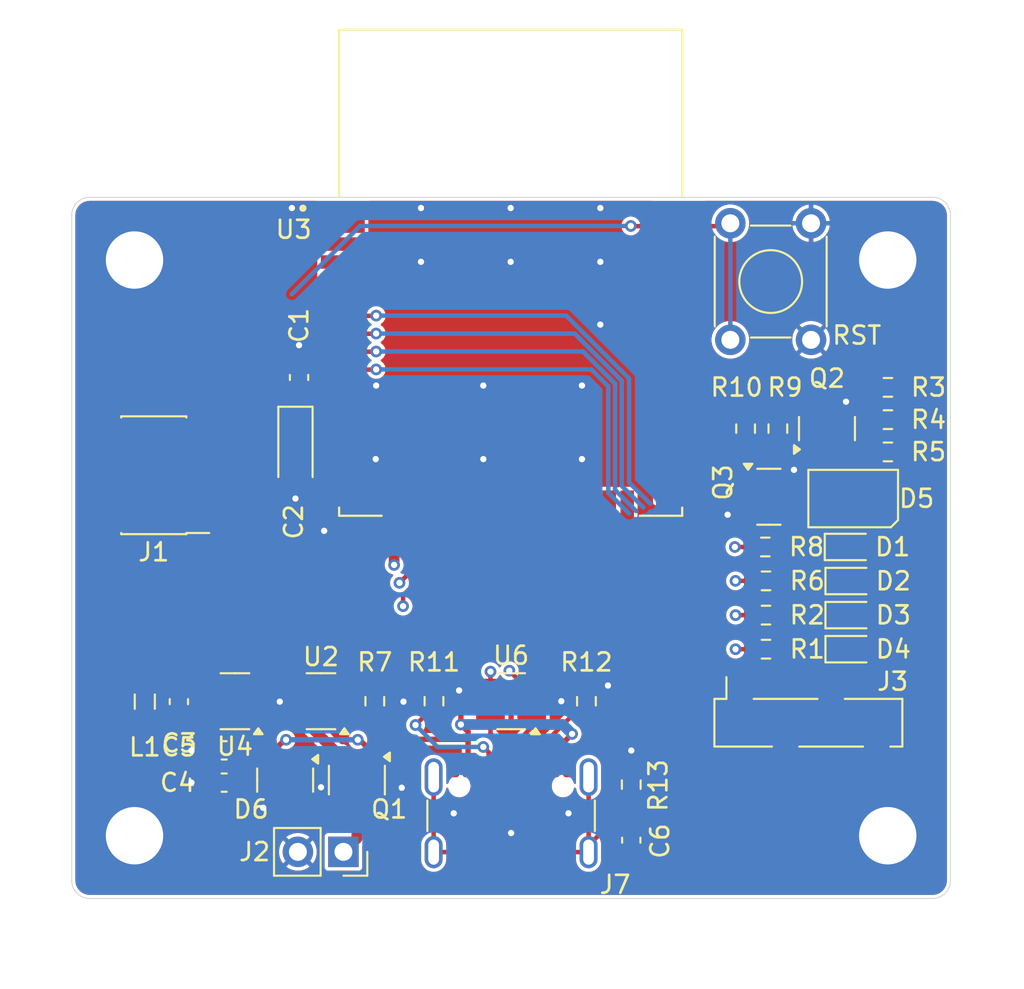
<source format=kicad_pcb>
(kicad_pcb (version 20241229) (generator "pcbnew") (generator_version "9.0")
  (layers (0 "F.Cu" signal) (2 "B.Cu" signal) (13 "F.Paste" user) (15 "B.Paste" user) (5 "F.SilkS" user "F.Silkscreen") (7 "B.SilkS" user "B.Silkscreen") (1 "F.Mask" user) (3 "B.Mask" user) (25 "Edge.Cuts" user))
  (net 0 "")
  (net 1 "/SWCLK")
  (net 2 "+3V3")
  (net 3 "GND")
  (net 4 "/SWDIO")
  (net 5 "/RESET")
  (net 6 "Net-(Q2-G)")
  (net 7 "/SOC_D+")
  (net 8 "Net-(Q3-G)")
  (net 10 "/TX_LED")
  (net 13 "/RX_LED")
  (net 14 "/SOC_D-")
  (net 25 "/TXD")
  (net 26 "SOC_VBUS")
  (net 28 "unconnected-(U3-P0.26-Pad37)")
  (net 35 "/RXD")
  (net 36 "Net-(D1-K)")
  (net 37 "Net-(D2-K)")
  (net 38 "Net-(D3-K)")
  (net 39 "Net-(D4-K)")
  (net 41 "V_BATT")
  (net 42 "unconnected-(U3-P0.13-Pad26)")
  (net 43 "Net-(Q1-S)")
  (net 44 "Net-(J7-SHIELD)")
  (net 45 "Net-(D5-K2)")
  (net 46 "Net-(D5-A1)")
  (net 47 "Net-(D5-A2)")
  (net 48 "Net-(D5-K1)")
  (net 51 "Net-(J7-D--PadA7)")
  (net 52 "Net-(J7-D+-PadA6)")
  (net 53 "Net-(J7-CC2)")
  (net 54 "Net-(J7-CC1)")
  (net 55 "Net-(U4-Lx)")
  (net 56 "Net-(U3-P0.04)")
  (net 57 "Net-(U3-P0.05)")
  (net 58 "Net-(U3-P0.14)")
  (net 59 "Net-(U3-P0.22)")
  (footprint "Button_Switch_THT:SW_TH_Tactile_Omron_B3F-106x" (layer "F.Cu") (at 168.35 63.95 -90)
    (property "Reference" "SW1" (hide yes))
    (property "Value" "SW_Push")
  )
  (footprint "Package_TO_SOT_SMD:SOT-23-5" (layer "F.Cu") (at 136.225 90.6 180)
    (property "Reference" "U4")
    (property "Value" "XC9285B33CMR-G")
  )
  (footprint "Resistor_SMD:R_0603_1608Metric" (layer "F.Cu") (at 165.8375 85.8 180)
    (property "Reference" "R2")
    (property "Value" "1k")
  )
  (footprint "Resistor_SMD:R_0603_1608Metric" (layer "F.Cu") (at 165.8375 87.7 180)
    (property "Reference" "R1")
    (property "Value" "1k")
  )
  (footprint "LED_SMD:LED_0603_1608Metric" (layer "F.Cu") (at 170.6 82)
    (property "Reference" "D1")
    (property "Value" "R")
  )
  (footprint "Package_TO_SOT_SMD:SOT-23" (layer "F.Cu") (at 169.2375 75.4 90)
    (property "Reference" "Q2")
    (property "Value" "BSS138")
  )
  (footprint "Capacitor_Tantalum_SMD:CP_EIA-3216-18_Kemet-A" (layer "F.Cu") (at 139.6 76.5 -90)
    (property "Reference" "C2")
    (property "Value" "10u")
  )
  (footprint "Inductor_SMD:L_0805_2012Metric" (layer "F.Cu") (at 131.2 90.625 90)
    (property "Reference" "L1")
    (property "Value" "2.2u")
  )
  (footprint "Capacitor_SMD:C_0603_1608Metric" (layer "F.Cu") (at 139.8 72.5475 90)
    (property "Reference" "C1")
    (property "Value" "100n")
  )
  (footprint "Connector_PinSocket_2.54mm:PinSocket_1x02_P2.54mm_Vertical" (layer "F.Cu") (at 142.275 99 -90)
    (property "Reference" "J2")
    (property "Value" "Conn_BATT")
  )
  (footprint "Capacitor_SMD:C_0603_1608Metric" (layer "F.Cu") (at 135.625 95.14 180)
    (property "Reference" "C4")
    (property "Value" "10u")
  )
  (footprint "Connector_PinHeader_1.27mm:PinHeader_2x05_P1.27mm_Vertical_SMD" (layer "F.Cu") (at 131.7 78 180)
    (property "Reference" "J1")
    (property "Value" "Conn_SWD")
  )
  (footprint "Resistor_SMD:R_0603_1608Metric" (layer "F.Cu") (at 172.6375 73.1 180)
    (property "Reference" "R3")
    (property "Value" "150R")
  )
  (footprint "Package_TO_SOT_SMD:SOT-23" (layer "F.Cu") (at 166 79.2)
    (property "Reference" "Q3")
    (property "Value" "BSS138")
  )
  (footprint "Resistor_SMD:R_0603_1608Metric" (layer "F.Cu") (at 172.6375 76.7 180)
    (property "Reference" "R5")
    (property "Value" "220R")
  )
  (footprint "Package_TO_SOT_SMD:SOT-23-3" (layer "F.Cu") (at 143.025 95 -90)
    (property "Reference" "Q1")
    (property "Value" "BSS341")
  )
  (footprint "Connector_PinSocket_2.54mm:PinSocket_1x04_P2.54mm_Vertical_SMD_Pin1Right" (layer "F.Cu") (at 168.2 91.8 90)
    (property "Reference" "J3")
    (property "Value" "Conn_UART")
  )
  (footprint "MountingHole:MountingHole_3.2mm_M3_ISO14580_Pad_TopBottom" (layer "F.Cu") (at 172.625 66)
    (property "Reference" "H2" (hide yes))
    (property "Value" "MountingHole_Pad")
  )
  (footprint "LED_SMD:LED_0603_1608Metric" (layer "F.Cu") (at 170.6375 87.7)
    (property "Reference" "D4")
    (property "Value" "G")
  )
  (footprint "Package_TO_SOT_SMD:SOT-23" (layer "F.Cu") (at 139.025 95 -90)
    (property "Reference" "D6")
    (property "Value" "PESD5V2S2UT")
  )
  (footprint "Resistor_SMD:R_0603_1608Metric" (layer "F.Cu") (at 172.6375 74.9 180)
    (property "Reference" "R4")
    (property "Value" "330R")
  )
  (footprint "Package_TO_SOT_SMD:SOT-23-5" (layer "F.Cu") (at 141.025 90.6 180)
    (property "Reference" "U2")
    (property "Value" "MAX40203AUK+T")
  )
  (footprint "Resistor_SMD:R_0603_1608Metric" (layer "F.Cu") (at 166.5 75.4 -90)
    (property "Reference" "R9")
    (property "Value" "1k")
  )
  (footprint "Connector_USB:USB_C_Receptacle_GCT_USB4105-xx-A_16P_TopMnt_Horizontal" (layer "F.Cu") (at 151.625 97.94)
    (property "Reference" "J7")
    (property "Value" "USB_C_Receptacle_USB2.0_14P")
  )
  (footprint "Resistor_SMD:R_0603_1608Metric" (layer "F.Cu") (at 155.825 90.6 90)
    (property "Reference" "R12")
    (property "Value" "5k1")
  )
  (footprint "Capacitor_SMD:C_0603_1608Metric" (layer "F.Cu") (at 135.625 93.34 180)
    (property "Reference" "C3")
    (property "Value" "100n")
  )
  (footprint "Resistor_SMD:R_0603_1608Metric" (layer "F.Cu") (at 165.8375 83.89 180)
    (property "Reference" "R6")
    (property "Value" "1k")
  )
  (footprint "Capacitor_SMD:C_0603_1608Metric" (layer "F.Cu") (at 133.1 90.625 -90)
    (property "Reference" "C5")
    (property "Value" "10u")
  )
  (footprint "LED_SMD:LED_0603_1608Metric" (layer "F.Cu") (at 170.6375 85.8)
    (property "Reference" "D3")
    (property "Value" "B")
  )
  (footprint "Package_TO_SOT_SMD:SC-74-6_1.55x2.9mm_P0.95mm" (layer "F.Cu") (at 151.625 90.6 180)
    (property "Reference" "U6")
    (property "Value" "IP4234CZ6")
  )
  (footprint "Resistor_SMD:R_0603_1608Metric" (layer "F.Cu") (at 144.025 90.6 90)
    (property "Reference" "R7")
    (property "Value" "100k")
  )
  (footprint "Capacitor_SMD:C_0603_1608Metric" (layer "F.Cu") (at 158.325 98.35 -90)
    (property "Reference" "C6")
    (property "Value" "100n")
  )
  (footprint "Resistor_SMD:R_0603_1608Metric" (layer "F.Cu") (at 164.7 75.4 -90)
    (property "Reference" "R10")
    (property "Value" "1k")
  )
  (footprint "MountingHole:MountingHole_3.2mm_M3_ISO14580_Pad_TopBottom" (layer "F.Cu") (at 130.625 66)
    (property "Reference" "H1" (hide yes))
    (property "Value" "MountingHole_Pad")
  )
  (footprint "Resistor_SMD:R_0603_1608Metric" (layer "F.Cu") (at 158.325 95.25 90)
    (property "Reference" "R13")
    (property "Value" "10k")
  )
  (footprint "LED_Dual:LED_Dual_OSRAM-PLCC4_3.2x2.8mm" (layer "F.Cu") (at 170.7 79.3 180)
    (property "Reference" "D5")
    (property "Value" "LSG T676")
  )
  (footprint "MountingHole:MountingHole_3.2mm_M3_ISO14580_Pad_TopBottom" (layer "F.Cu") (at 130.625 98.1)
    (property "Reference" "H3" (hide yes))
    (property "Value" "MountingHole_Pad")
  )
  (footprint "UWBkit:DWM3001C" (layer "F.Cu") (at 151.6 66.71)
    (property "Reference" "U3")
    (property "Value" "DWM3001C")
  )
  (footprint "MountingHole:MountingHole_3.2mm_M3_ISO14580_Pad_TopBottom" (layer "F.Cu") (at 172.625 98.1)
    (property "Reference" "H4" (hide yes))
    (property "Value" "MountingHole_Pad")
  )
  (footprint "Resistor_SMD:R_0603_1608Metric" (layer "F.Cu") (at 165.8 82 180)
    (property "Reference" "R8")
    (property "Value" "1k")
  )
  (footprint "Resistor_SMD:R_0603_1608Metric" (layer "F.Cu") (at 147.325 90.6 90)
    (property "Reference" "R11")
    (property "Value" "5k1")
  )
  (footprint "LED_SMD:LED_0603_1608Metric" (layer "F.Cu") (at 170.6375 83.9)
    (property "Reference" "D2")
    (property "Value" "R")
  )
  (gr_line (start 127.125 100.6) (end 127.125 63.5) (stroke (width 0.05)) (layer "Edge.Cuts"))
  (gr_line (start 175.125 101.6) (end 128.125 101.6) (stroke (width 0.05)) (layer "Edge.Cuts"))
  (gr_arc (start 127.125 63.5) (mid 127.417893 62.792893) (end 128.125 62.5) (stroke (width 0.05)) (layer "Edge.Cuts"))
  (gr_line (start 128.125 62.5) (end 175.125 62.5) (stroke (width 0.05)) (layer "Edge.Cuts"))
  (gr_arc (start 128.125 101.6) (mid 127.417893 101.307107) (end 127.125 100.6) (stroke (width 0.05)) (layer "Edge.Cuts"))
  (gr_line (start 176.125 63.5) (end 176.125 100.6) (stroke (width 0.05)) (layer "Edge.Cuts"))
  (gr_arc (start 176.125 100.6) (mid 175.832107 101.307107) (end 175.125 101.6) (stroke (width 0.05)) (layer "Edge.Cuts"))
  (gr_arc (start 175.125 62.5) (mid 175.832107 62.792893) (end 176.125 63.5) (stroke (width 0.05)) (layer "Edge.Cuts"))
  (gr_text "RST" (at 170.9 70.2 0) (layer "F.SilkS") (effects (font (size 1 1))))
  (segment (start 134.775 89.675) (end 135.0875 89.675) (width 0.3) (layer "F.Cu") (net 2))
  (segment (start 131.4625 89.825) (end 133.075 89.825) (width 0.8) (layer "F.Cu") (net 2))
  (segment (start 171.425 83.9) (end 171.425 82.0375) (width 0.8) (layer "F.Cu") (net 2))
  (segment (start 173.4625 80.6895) (end 173.4625 76.7) (width 0.4) (layer "F.Cu") (net 2))
  (segment (start 133.225 89.725) (end 133.1 89.85) (width 0.6) (layer "F.Cu") (net 2))
  (segment (start 171.425 82.0375) (end 171.3875 82) (width 0.8) (layer "F.Cu") (net 2))
  (segment (start 173.4625 74.9) (end 173.4625 73.1) (width 0.4) (layer "F.Cu") (net 2))
  (segment (start 135.0875 89.65) (end 135.0125 89.725) (width 0.6) (layer "F.Cu") (net 2))
  (segment (start 133.075 89.825) (end 133.1 89.85) (width 0.8) (layer "F.Cu") (net 2))
  (segment (start 173.4625 80.6895) (end 172.152 82) (width 0.4) (layer "F.Cu") (net 2))
  (segment (start 173.4625 76.7) (end 173.4625 74.9) (width 0.4) (layer "F.Cu") (net 2))
  (segment (start 134.675 89.675) (end 135.0875 89.675) (width 0.3) (layer "F.Cu") (net 2))
  (segment (start 134.991868 89.579368) (end 135.0875 89.675) (width 0.4) (layer "F.Cu") (net 2))
  (segment (start 171.425 85.8) (end 171.425 83.9) (width 0.8) (layer "F.Cu") (net 2))
  (segment (start 172.152 82) (end 171.3875 82) (width 0.4) (layer "F.Cu") (net 2))
  (segment (start 135.0125 89.725) (end 133.225 89.725) (width 0.6) (layer "F.Cu") (net 2))
  (segment (start 131.2 89.5625) (end 131.4625 89.825) (width 0.8) (layer "F.Cu") (net 2))
  (segment (start 171.425 87.7) (end 171.425 85.8) (width 0.8) (layer "F.Cu") (net 2))
  (via (at 144.1 73) (size 0.65) (drill 0.35) (layers "F.Cu" "B.Cu") (net 3))
  (via (at 155.575 77.1) (size 0.65) (drill 0.35) (layers "F.Cu" "B.Cu") (net 3))
  (via (at 154.825 96.85) (size 0.65) (drill 0.35) (layers "F.Cu" "B.Cu") (net 3))
  (via (at 154.425 90.6) (size 0.65) (drill 0.35) (layers "F.Cu" "B.Cu") (net 3))
  (via (at 144.075 77.1) (size 0.65) (drill 0.35) (layers "F.Cu" "B.Cu") (net 3))
  (via (at 150.075 73) (size 0.65) (drill 0.35) (layers "F.Cu" "B.Cu") (net 3))
  (via (at 139.8 70.7475) (size 0.65) (drill 0.35) (layers "F.Cu" "B.Cu") (net 3))
  (via (at 139.6 79.3) (size 0.65) (drill 0.35) (layers "F.Cu" "B.Cu") (net 3))
  (via (at 150.075 77.1) (size 0.65) (drill 0.35) (layers "F.Cu" "B.Cu") (net 3))
  (via (at 151.625 97.95) (size 0.65) (drill 0.35) (layers "F.Cu" "B.Cu") (net 3))
  (via (at 156.6 66.1) (size 0.65) (drill 0.35) (layers "F.Cu" "B.Cu") (net 3))
  (via (at 151.6 66.1) (size 0.65) (drill 0.35) (layers "F.Cu" "B.Cu") (net 3))
  (via (at 138.725 90.625) (size 0.65) (drill 0.35) (layers "F.Cu" "B.Cu") (net 3))
  (via (at 145.525 95.425) (size 0.65) (drill 0.35) (layers "F.Cu" "B.Cu") (net 3))
  (via (at 156.6 63.1) (size 0.65) (drill 0.35) (layers "F.Cu" "B.Cu") (net 3))
  (via (at 137.8 96.54) (size 0.65) (drill 0.35) (layers "F.Cu" "B.Cu") (net 3))
  (via (at 158.325 93.35) (size 0.65) (drill 0.35) (layers "F.Cu" "B.Cu") (net 3))
  (via (at 145.625 90.625) (size 0.65) (drill 0.35) (layers "F.Cu" "B.Cu") (net 3))
  (via (at 141.025 95.4) (size 0.65) (drill 0.35) (layers "F.Cu" "B.Cu") (net 3))
  (via (at 157.025 89.725) (size 0.65) (drill 0.35) (layers "F.Cu" "B.Cu") (net 3))
  (via (at 133.8 93.34) (size 0.65) (drill 0.35) (layers "F.Cu" "B.Cu") (net 3))
  (via (at 148.425 96.85) (size 0.65) (drill 0.35) (layers "F.Cu" "B.Cu") (net 3))
  (via (at 139.4 63.1) (size 0.65) (drill 0.35) (layers "F.Cu" "B.Cu") (net 3))
  (via (at 170.3 73.9) (size 0.65) (drill 0.35) (layers "F.Cu" "B.Cu") (net 3))
  (via (at 146.6 66.1) (size 0.65) (drill 0.35) (layers "F.Cu" "B.Cu") (net 3))
  (via (at 141.2 81.1) (size 0.65) (drill 0.35) (layers "F.Cu" "B.Cu") (net 3))
  (via (at 155.575 73) (size 0.65) (drill 0.35) (layers "F.Cu" "B.Cu") (net 3))
  (via (at 148.725 90) (size 0.65) (drill 0.35) (layers "F.Cu" "B.Cu") (net 3))
  (via (at 156.6 69.6) (size 0.65) (drill 0.35) (layers "F.Cu" "B.Cu") (net 3))
  (via (at 163.7 80.2) (size 0.65) (drill 0.35) (layers "F.Cu" "B.Cu") (net 3))
  (via (at 133.8 95.14) (size 0.65) (drill 0.35) (layers "F.Cu" "B.Cu") (net 3))
  (via (at 146.6 63.1) (size 0.65) (drill 0.35) (layers "F.Cu" "B.Cu") (net 3))
  (via (at 167.4 77.7) (size 0.65) (drill 0.35) (layers "F.Cu" "B.Cu") (net 3))
  (via (at 151.6 63.1) (size 0.65) (drill 0.35) (layers "F.Cu" "B.Cu") (net 3))
  (segment (start 161.1 64.25) (end 160.96 64.11) (width 0.25) (layer "F.Cu") (net 5))
  (segment (start 158.31 64.11) (end 160.96 64.11) (width 0.25) (layer "F.Cu") (net 5))
  (segment (start 160.96 64.11) (end 163.69 64.11) (width 0.25) (layer "F.Cu") (net 5))
  (segment (start 163.69 64.11) (end 163.85 63.95) (width 0.25) (layer "F.Cu") (net 5))
  (segment (start 158.3 64.1) (end 158.31 64.11) (width 0.25) (layer "F.Cu") (net 5))
  (via (at 158.3 64.1) (size 0.65) (drill 0.35) (layers "F.Cu" "B.Cu") (net 5))
  (segment (start 163.85 63.95) (end 163.85 70.45) (width 0.25) (layer "B.Cu") (net 5))
  (segment (start 143.2 64.1) (end 158.3 64.1) (width 0.25) (layer "B.Cu") (net 5))
  (segment (start 139.4 67.9) (end 143.2 64.1) (width 0.25) (layer "B.Cu") (net 5))
  (segment (start 168.175 76.225) (end 168.2875 76.3375) (width 0.25) (layer "F.Cu") (net 6))
  (segment (start 166.5 76.225) (end 168.175 76.225) (width 0.25) (layer "F.Cu") (net 6))
  (segment (start 146.478 82.167) (end 147.1 81.545) (width 0.25) (layer "F.Cu") (net 7))
  (segment (start 152.275 89.65) (end 152.775 89.65) (width 0.25) (layer "F.Cu") (net 7))
  (segment (start 147.1 81.545) (end 147.1 80.07) (width 0.25) (layer "F.Cu") (net 7))
  (segment (start 146.478 83.822) (end 146.478 82.167) (width 0.25) (layer "F.Cu") (net 7))
  (segment (start 145.6 85.3) (end 145.6 84.7) (width 0.25) (layer "F.Cu") (net 7))
  (segment (start 145.6 84.7) (end 146.478 83.822) (width 0.25) (layer "F.Cu") (net 7))
  (segment (start 151.525 88.9) (end 152.275 89.65) (width 0.25) (layer "F.Cu") (net 7))
  (via (at 151.525 88.9) (size 0.65) (drill 0.35) (layers "F.Cu" "B.Cu") (net 7))
  (via (at 145.6 85.3) (size 0.65) (drill 0.35) (layers "F.Cu" "B.Cu") (net 7))
  (segment (start 165.4375 78.2) (end 165.1125 78.2) (width 0.25) (layer "F.Cu") (net 8))
  (segment (start 164.9 78.0875) (end 165.0625 78.25) (width 0.25) (layer "F.Cu") (net 8))
  (segment (start 164.9 76.325) (end 164.9 78.0875) (width 0.25) (layer "F.Cu") (net 8))
  (segment (start 164.8 76.225) (end 164.9 76.325) (width 0.25) (layer "F.Cu") (net 8))
  (segment (start 165.1125 78.2) (end 165.0625 78.25) (width 0.25) (layer "F.Cu") (net 8))
  (segment (start 150.475 88.95) (end 150.472115 88.952885) (width 0.25) (layer "F.Cu") (net 14))
  (segment (start 150.472115 89.647115) (end 150.475 89.65) (width 0.25) (layer "F.Cu") (net 14))
  (segment (start 145.9 83.5) (end 145.9 80.27) (width 0.25) (layer "F.Cu") (net 14))
  (segment (start 145.9 80.27) (end 146.1 80.07) (width 0.25) (layer "F.Cu") (net 14))
  (segment (start 150.472115 88.952885) (end 150.472115 89.647115) (width 0.25) (layer "F.Cu") (net 14))
  (segment (start 145.4 84) (end 145.9 83.5) (width 0.25) (layer "F.Cu") (net 14))
  (via (at 145.4 84) (size 0.65) (drill 0.35) (layers "F.Cu" "B.Cu") (net 14))
  (via (at 150.475 88.95) (size 0.65) (drill 0.35) (layers "F.Cu" "B.Cu") (net 14))
  (segment (start 155.025 92.425) (end 154.025 93.425) (width 0.3) (layer "F.Cu") (net 26))
  (segment (start 145.1 83) (end 145.1 80.07) (width 0.6) (layer "F.Cu") (net 26))
  (segment (start 139.075 92.75) (end 139 92.75) (width 0.3) (layer "F.Cu") (net 26))
  (segment (start 145.725 93.3) (end 145.1625 93.8625) (width 0.3) (layer "F.Cu") (net 26))
  (segment (start 142.752423 89.801212) (end 143.176 90.224789) (width 0.3) (layer "F.Cu") (net 26))
  (segment (start 139 92.75) (end 138.075 93.675) (width 0.3) (layer "F.Cu") (net 26))
  (segment (start 149.225 90.6) (end 148.825 91) (width 0.3) (layer "F.Cu") (net 26))
  (segment (start 145.725 93.125) (end 145.725 93.3) (width 0.3) (layer "F.Cu") (net 26))
  (segment (start 149.225 92.3) (end 149.225 94.26) (width 0.3) (layer "F.Cu") (net 26))
  (segment (start 145.1625 93.8625) (end 143.975 93.8625) (width 0.3) (layer "F.Cu") (net 26))
  (segment (start 143.176 90.576) (end 144.025 91.425) (width 0.3) (layer "F.Cu") (net 26))
  (segment (start 144.025 93.8125) (end 143.975 93.8625) (width 0.3) (layer "F.Cu") (net 26))
  (segment (start 143.175 92.75) (end 143.975 93.55) (width 0.3) (layer "F.Cu") (net 26))
  (segment (start 150.32701 90.45201) (end 150.475 90.6) (width 0.3) (layer "F.Cu") (net 26))
  (segment (start 143.975 93.55) (end 143.975 93.8625) (width 0.3) (layer "F.Cu") (net 26))
  (segment (start 148.825 91.9) (end 149.225 92.3) (width 0.3) (layer "F.Cu") (net 26))
  (segment (start 142.313712 89.801212) (end 142.752423 89.801212) (width 0.3) (layer "F.Cu") (net 26))
  (segment (start 144.025 91.425) (end 145.725 93.125) (width 0.3) (layer "F.Cu") (net 26))
  (segment (start 143.176 90.224789) (end 143.176 90.576) (width 0.3) (layer "F.Cu") (net 26))
  (segment (start 146.3 92.725) (end 145.725 93.3) (width 0.3) (layer "F.Cu") (net 26))
  (segment (start 154.025 93.425) (end 154.025 94.26) (width 0.3) (layer "F.Cu") (net 26))
  (segment (start 149.225 92.725) (end 146.3 92.725) (width 0.3) (layer "F.Cu") (net 26))
  (segment (start 144.025 91.425) (end 142.2875 91.425) (width 0.3) (layer "F.Cu") (net 26))
  (segment (start 148.825 91) (end 148.825 91.9) (width 0.3) (layer "F.Cu") (net 26))
  (segment (start 143.075 92.75) (end 143.175 92.75) (width 0.3) (layer "F.Cu") (net 26))
  (segment (start 142.2875 91.425) (end 142.1625 91.55) (width 0.3) (layer "F.Cu") (net 26))
  (segment (start 142.1625 89.65) (end 142.313712 89.801212) (width 0.3) (layer "F.Cu") (net 26))
  (segment (start 138.075 93.675) (end 138.075 94.0625) (width 0.3) (layer "F.Cu") (net 26))
  (segment (start 150.475 90.6) (end 149.225 90.6) (width 0.3) (layer "F.Cu") (net 26))
  (via (at 139.075 92.75) (size 0.65) (drill 0.35) (layers "F.Cu" "B.Cu") (net 26))
  (via (at 145.1 83) (size 0.65) (drill 0.35) (layers "F.Cu" "B.Cu") (net 26))
  (via (at 143.075 92.75) (size 0.65) (drill 0.35) (layers "F.Cu" "B.Cu") (net 26))
  (via (at 155.025 92.425) (size 0.65) (drill 0.35) (layers "F.Cu" "B.Cu") (net 26))
  (via (at 148.825 91.9) (size 0.65) (drill 0.35) (layers "F.Cu" "B.Cu") (net 26))
  (segment (start 154.5 91.9) (end 155.025 92.425) (width 0.6) (layer "B.Cu") (net 26))
  (segment (start 148.825 91.9) (end 154.5 91.9) (width 0.6) (layer "B.Cu") (net 26))
  (segment (start 139.075 92.75) (end 143.075 92.75) (width 0.3) (layer "B.Cu") (net 26))
  (segment (start 160.96 74.11) (end 161.028 74.178) (width 0.25) (layer "F.Cu") (net 28))
  (segment (start 166.625 82) (end 169.8125 82) (width 0.25) (layer "F.Cu") (net 36))
  (segment (start 169.815 83.89) (end 169.825 83.9) (width 0.25) (layer "F.Cu") (net 37))
  (segment (start 166.7375 83.89) (end 169.815 83.89) (width 0.25) (layer "F.Cu") (net 37))
  (segment (start 166.6625 85.8) (end 169.85 85.8) (width 0.25) (layer "F.Cu") (net 38))
  (segment (start 169.85 87.7) (end 166.6625 87.7) (width 0.25) (layer "F.Cu") (net 39))
  (segment (start 143.025 98.25) (end 142.275 99) (width 0.6) (layer "F.Cu") (net 41))
  (segment (start 143.025 96.1375) (end 143.025 98.25) (width 0.6) (layer "F.Cu") (net 41))
  (segment (start 153.1 80.07) (end 153.288024 80.258024) (width 0.25) (layer "F.Cu") (net 42))
  (segment (start 139.975 91.55) (end 139.8875 91.55) (width 0.6) (layer "F.Cu") (net 43))
  (segment (start 136.225 90.925) (end 136.700461 91.400461) (width 0.3) (layer "F.Cu") (net 43))
  (segment (start 137.212961 91.400461) (end 137.3625 91.55) (width 0.3) (layer "F.Cu") (net 43))
  (segment (start 136.749783 89.800217) (end 136.225 90.325) (width 0.3) (layer "F.Cu") (net 43))
  (segment (start 137.3625 89.675) (end 137.770769 89.675) (width 0.25) (layer "F.Cu") (net 43))
  (segment (start 139.8875 91.55) (end 137.3625 91.55) (width 0.6) (layer "F.Cu") (net 43))
  (segment (start 137.212283 89.800217) (end 136.749783 89.800217) (width 0.3) (layer "F.Cu") (net 43))
  (segment (start 142.075 93.8625) (end 142.075 93.65) (width 0.6) (layer "F.Cu") (net 43))
  (segment (start 136.4 95.14) (end 136.4 93.34) (width 0.3) (layer "F.Cu") (net 43))
  (segment (start 137.4775 89.535) (end 137.3625 89.65) (width 0.3) (layer "F.Cu") (net 43))
  (segment (start 136.700461 91.400461) (end 137.212961 91.400461) (width 0.3) (layer "F.Cu") (net 43))
  (segment (start 137.3625 89.65) (end 137.025 89.65) (width 0.3) (layer "F.Cu") (net 43))
  (segment (start 137.3625 89.65) (end 137.212283 89.800217) (width 0.3) (layer "F.Cu") (net 43))
  (segment (start 136.225 90.325) (end 136.225 90.925) (width 0.3) (layer "F.Cu") (net 43))
  (segment (start 137.025 89.65) (end 136.9 89.525) (width 0.3) (layer "F.Cu") (net 43))
  (segment (start 142.075 93.65) (end 139.975 91.55) (width 0.6) (layer "F.Cu") (net 43))
  (segment (start 158.325 97.575) (end 158.325 96.075) (width 0.25) (layer "F.Cu") (net 44))
  (segment (start 155.945 94.835) (end 155.945 99.015) (width 0.25) (layer "F.Cu") (net 44))
  (segment (start 155.945 98.637631) (end 155.945 99.015) (width 0.25) (layer "F.Cu") (net 44))
  (segment (start 147.305 99.015) (end 155.945 99.015) (width 0.25) (layer "F.Cu") (net 44))
  (segment (start 157.007631 97.575) (end 155.945 98.637631) (width 0.25) (layer "F.Cu") (net 44))
  (segment (start 147.305 94.835) (end 147.305 99.015) (width 0.25) (layer "F.Cu") (net 44))
  (segment (start 158.325 97.575) (end 157.007631 97.575) (width 0.25) (layer "F.Cu") (net 44))
  (segment (start 169.2375 78.5125) (end 169.15 78.6) (width 0.25) (layer "F.Cu") (net 45))
  (segment (start 169.2375 74.4625) (end 169.2375 78.5125) (width 0.25) (layer "F.Cu") (net 45))
  (segment (start 171.8125 73.1) (end 171 73.9125) (width 0.25) (layer "F.Cu") (net 46))
  (segment (start 169.15 80) (end 168.85 80) (width 0.25) (layer "F.Cu") (net 46))
  (segment (start 169.45 80) (end 169.15 80) (width 0.25) (layer "F.Cu") (net 46))
  (segment (start 171 73.9125) (end 171 78.45) (width 0.25) (layer "F.Cu") (net 46))
  (segment (start 171 78.45) (end 169.45 80) (width 0.25) (layer "F.Cu") (net 46))
  (segment (start 171.8125 78.405668) (end 172.006832 78.6) (width 0.3) (layer "F.Cu") (net 47))
  (segment (start 172.5375 78.6) (end 172.25 78.6) (width 0.3) (layer "F.Cu") (net 47))
  (segment (start 172 78.35) (end 172.25 78.6) (width 0.25) (layer "F.Cu") (net 47))
  (segment (start 171.8125 76.7) (end 172 76.8875) (width 0.25) (layer "F.Cu") (net 47))
  (segment (start 171.9375 78.6) (end 172.25 78.6) (width 0.3) (layer "F.Cu") (net 47))
  (segment (start 171.8125 74.9) (end 171.8125 76.7) (width 0.25) (layer "F.Cu") (net 47))
  (segment (start 172 76.8875) (end 172 78.35) (width 0.25) (layer "F.Cu") (net 47))
  (segment (start 171.8125 78.475) (end 171.9375 78.6) (width 0.3) (layer "F.Cu") (net 47))
  (segment (start 172.006832 78.6) (end 172.25 78.6) (width 0.3) (layer "F.Cu") (net 47))
  (segment (start 172.0375 80) (end 172.25 80) (width 0.25) (layer "F.Cu") (net 48))
  (segment (start 166.9375 79.2) (end 166.9375 79.66975) (width 0.25) (layer "F.Cu") (net 48))
  (segment (start 166.9375 79.66975) (end 168.04375 80.776) (width 0.25) (layer "F.Cu") (net 48))
  (segment (start 171.2615 80.776) (end 172.0375 80) (width 0.25) (layer "F.Cu") (net 48))
  (segment (start 168.04375 80.776) (end 171.2615 80.776) (width 0.25) (layer "F.Cu") (net 48))
  (segment (start 151.125 95.25) (end 151.529178 95.25) (width 0.25) (layer "F.Cu") (net 51))
  (segment (start 151.875 94.904178) (end 151.875 94.26) (width 0.25) (layer "F.Cu") (net 51))
  (segment (start 150.875 95) (end 151.125 95.25) (width 0.25) (layer "F.Cu") (net 51))
  (segment (start 150.475 92.4) (end 150.475 91.55) (width 0.25) (layer "F.Cu") (net 51))
  (segment (start 150.875 94.26) (end 150.875 92.8) (width 0.25) (layer "F.Cu") (net 51))
  (segment (start 150.875 92.8) (end 150.475 92.4) (width 0.25) (layer "F.Cu") (net 51))
  (segment (start 150.875 94.26) (end 150.875 95) (width 0.25) (layer "F.Cu") (net 51))
  (segment (start 151.529178 95.25) (end 151.875 94.904178) (width 0.25) (layer "F.Cu") (net 51))
  (segment (start 152.775 92.05) (end 152.775 91.55) (width 0.25) (layer "F.Cu") (net 52))
  (segment (start 151.925 92.9) (end 152.775 92.05) (width 0.25) (layer "F.Cu") (net 52))
  (segment (start 151.375 94.26) (end 151.375 93.45) (width 0.25) (layer "F.Cu") (net 52))
  (segment (start 151.375 93.45) (end 151.925 92.9) (width 0.25) (layer "F.Cu") (net 52))
  (segment (start 152.375 93.35) (end 151.925 92.9) (width 0.25) (layer "F.Cu") (net 52))
  (segment (start 152.375 94.26) (end 152.375 93.35) (width 0.25) (layer "F.Cu") (net 52))
  (segment (start 153.375 94.26) (end 153.375 93.05) (width 0.25) (layer "F.Cu") (net 53))
  (segment (start 155 91.425) (end 155.825 91.425) (width 0.25) (layer "F.Cu") (net 53))
  (segment (start 153.381617 94.253383) (end 153.375 94.26) (width 0.25) (layer "F.Cu") (net 53))
  (segment (start 153.375 93.05) (end 155 91.425) (width 0.25) (layer "F.Cu") (net 53))
  (segment (start 150.375 93.45) (end 150.375 94.26) (width 0.25) (layer "F.Cu") (net 54))
  (segment (start 146.709336 91.5125) (end 147.325 91.5125) (width 0.25) (layer "F.Cu") (net 54))
  (segment (start 150.075 93.15) (end 150.375 93.45) (width 0.25) (layer "F.Cu") (net 54))
  (segment (start 146.294612 91.927224) (end 146.709336 91.5125) (width 0.25) (layer "F.Cu") (net 54))
  (via (at 150.075 93.15) (size 0.65) (drill 0.35) (layers "F.Cu" "B.Cu") (net 54))
  (via (at 146.294612 91.927224) (size 0.65) (drill 0.35) (layers "F.Cu" "B.Cu") (net 54))
  (segment (start 146.294612 91.927224) (end 147.517388 93.15) (width 0.25) (layer "B.Cu") (net 54))
  (segment (start 147.517388 93.15) (end 150.075 93.15) (width 0.25) (layer "B.Cu") (net 54))
  (segment (start 132 92.325) (end 133.9 92.325) (width 0.25) (layer "F.Cu") (net 55))
  (segment (start 131.3625 91.6875) (end 132 92.325) (width 0.25) (layer "F.Cu") (net 55))
  (segment (start 131.2 91.6875) (end 131.3625 91.6875) (width 0.25) (layer "F.Cu") (net 55))
  (segment (start 134.675 91.55) (end 135.0875 91.55) (width 0.25) (layer "F.Cu") (net 55))
  (segment (start 133.9 92.325) (end 134.675 91.55) (width 0.25) (layer "F.Cu") (net 55))
  (segment (start 144.09 72.11) (end 144.1 72.1) (width 0.25) (layer "F.Cu") (net 56))
  (segment (start 165.0125 87.7) (end 164.1375 87.7) (width 0.25) (layer "F.Cu") (net 56))
  (segment (start 142.24 72.11) (end 144.09 72.11) (width 0.25) (layer "F.Cu") (net 56))
  (via (at 144.1 72.1) (size 0.65) (drill 0.35) (layers "F.Cu" "B.Cu") (net 56))
  (via (at 164.1375 87.7) (size 0.65) (drill 0.35) (layers "F.Cu" "B.Cu") (net 56))
  (segment (start 144.1 72.1) (end 156.096284 72.1) (width 0.25) (layer "B.Cu") (net 56))
  (segment (start 156.096284 72.1) (end 157.044 73.047716) (width 0.25) (layer "B.Cu") (net 56))
  (segment (start 157.044 78.978572) (end 158.2 80.134572) (width 0.25) (layer "B.Cu") (net 56))
  (segment (start 157.044 73.047716) (end 157.044 78.978572) (width 0.25) (layer "B.Cu") (net 56))
  (segment (start 165.0125 85.8) (end 164.14 85.8) (width 0.25) (layer "F.Cu") (net 57))
  (segment (start 142.24 71.11) (end 144.09 71.11) (width 0.25) (layer "F.Cu") (net 57))
  (segment (start 144.09 71.11) (end 144.1 71.1) (width 0.25) (layer "F.Cu") (net 57))
  (via (at 144.1 71.1) (size 0.65) (drill 0.35) (layers "F.Cu" "B.Cu") (net 57))
  (via (at 164.14 85.8) (size 0.65) (drill 0.35) (layers "F.Cu" "B.Cu") (net 57))
  (segment (start 144.1 71.1) (end 155.630856 71.1) (width 0.25) (layer "B.Cu") (net 57))
  (segment (start 157.422 78.822) (end 158.6 80) (width 0.25) (layer "B.Cu") (net 57))
  (segment (start 155.630856 71.1) (end 157.422 72.891144) (width 0.25) (layer "B.Cu") (net 57))
  (segment (start 157.422 72.891144) (end 157.422 78.822) (width 0.25) (layer "B.Cu") (net 57))
  (segment (start 164.1375 83.89) (end 165.0125 83.89) (width 0.25) (layer "F.Cu") (net 58))
  (segment (start 144.09 69.11) (end 144.1 69.1) (width 0.25) (layer "F.Cu") (net 58))
  (segment (start 142.24 69.11) (end 144.09 69.11) (width 0.25) (layer "F.Cu") (net 58))
  (via (at 164.1375 83.89) (size 0.65) (drill 0.35) (layers "F.Cu" "B.Cu") (net 58))
  (via (at 144.1 69.1) (size 0.65) (drill 0.35) (layers "F.Cu" "B.Cu") (net 58))
  (segment (start 158.2 72.6) (end 154.7 69.1) (width 0.25) (layer "B.Cu") (net 58))
  (segment (start 158.2 78.4) (end 158.2 72.6) (width 0.25) (layer "B.Cu") (net 58))
  (segment (start 159.378 79.578) (end 158.2 78.4) (width 0.25) (layer "B.Cu") (net 58))
  (segment (start 154.7 69.1) (end 144.1 69.1) (width 0.25) (layer "B.Cu") (net 58))
  (segment (start 144.09 70.11) (end 144.1 70.1) (width 0.25) (layer "F.Cu") (net 59))
  (segment (start 142.24 70.11) (end 144.09 70.11) (width 0.25) (layer "F.Cu") (net 59))
  (segment (start 164.975 82) (end 164.1 82) (width 0.25) (layer "F.Cu") (net 59))
  (via (at 164.1 82) (size 0.65) (drill 0.35) (layers "F.Cu" "B.Cu") (net 59))
  (via (at 144.1 70.1) (size 0.65) (drill 0.35) (layers "F.Cu" "B.Cu") (net 59))
  (segment (start 144.1 70.1) (end 155.165428 70.1) (width 0.25) (layer "B.Cu") (net 59))
  (segment (start 157.8 78.6) (end 159 79.8) (width 0.25) (layer "B.Cu") (net 59))
  (segment (start 157.8 72.734572) (end 157.8 78.6) (width 0.25) (layer "B.Cu") (net 59))
  (segment (start 155.165428 70.1) (end 157.8 72.734572) (width 0.25) (layer "B.Cu") (net 59))
  (zone (net 3) (net_name "GND") (layers "F.Cu" "B.Cu") (name "GND") (connect_pads (clearance 0.2)) (min_thickness 0.127) (fill yes (thermal_gap 0.2) (thermal_bridge_width 0.25))
    (polygon (pts (xy 123.125 51.5) (xy 180.225 51.5) (xy 180.225 104.5) (xy 123.125 104.5)))
  )
)
</source>
